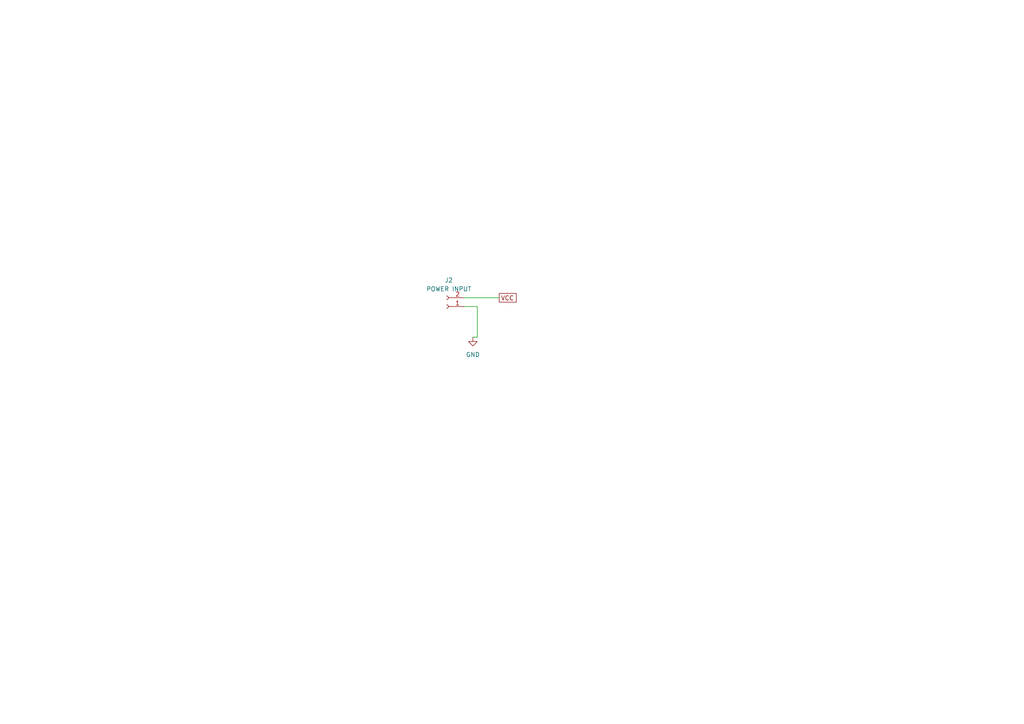
<source format=kicad_sch>
(kicad_sch
	(version 20250114)
	(generator "eeschema")
	(generator_version "9.0")
	(uuid "a61cb3b8-c75d-4ebd-8ebb-0dc6f522780e")
	(paper "A4")
	(lib_symbols
		(symbol "Connector:Conn_01x02_Socket"
			(pin_names
				(offset 1.016)
				(hide yes)
			)
			(exclude_from_sim no)
			(in_bom yes)
			(on_board yes)
			(property "Reference" "J"
				(at 0 2.54 0)
				(effects
					(font
						(size 1.27 1.27)
					)
				)
			)
			(property "Value" "Conn_01x02_Socket"
				(at 0 -5.08 0)
				(effects
					(font
						(size 1.27 1.27)
					)
				)
			)
			(property "Footprint" ""
				(at 0 0 0)
				(effects
					(font
						(size 1.27 1.27)
					)
					(hide yes)
				)
			)
			(property "Datasheet" "~"
				(at 0 0 0)
				(effects
					(font
						(size 1.27 1.27)
					)
					(hide yes)
				)
			)
			(property "Description" "Generic connector, single row, 01x02, script generated"
				(at 0 0 0)
				(effects
					(font
						(size 1.27 1.27)
					)
					(hide yes)
				)
			)
			(property "ki_locked" ""
				(at 0 0 0)
				(effects
					(font
						(size 1.27 1.27)
					)
				)
			)
			(property "ki_keywords" "connector"
				(at 0 0 0)
				(effects
					(font
						(size 1.27 1.27)
					)
					(hide yes)
				)
			)
			(property "ki_fp_filters" "Connector*:*_1x??_*"
				(at 0 0 0)
				(effects
					(font
						(size 1.27 1.27)
					)
					(hide yes)
				)
			)
			(symbol "Conn_01x02_Socket_1_1"
				(polyline
					(pts
						(xy -1.27 0) (xy -0.508 0)
					)
					(stroke
						(width 0.1524)
						(type default)
					)
					(fill
						(type none)
					)
				)
				(polyline
					(pts
						(xy -1.27 -2.54) (xy -0.508 -2.54)
					)
					(stroke
						(width 0.1524)
						(type default)
					)
					(fill
						(type none)
					)
				)
				(arc
					(start 0 -0.508)
					(mid -0.5058 0)
					(end 0 0.508)
					(stroke
						(width 0.1524)
						(type default)
					)
					(fill
						(type none)
					)
				)
				(arc
					(start 0 -3.048)
					(mid -0.5058 -2.54)
					(end 0 -2.032)
					(stroke
						(width 0.1524)
						(type default)
					)
					(fill
						(type none)
					)
				)
				(pin passive line
					(at -5.08 0 0)
					(length 3.81)
					(name "Pin_1"
						(effects
							(font
								(size 1.27 1.27)
							)
						)
					)
					(number "1"
						(effects
							(font
								(size 1.27 1.27)
							)
						)
					)
				)
				(pin passive line
					(at -5.08 -2.54 0)
					(length 3.81)
					(name "Pin_2"
						(effects
							(font
								(size 1.27 1.27)
							)
						)
					)
					(number "2"
						(effects
							(font
								(size 1.27 1.27)
							)
						)
					)
				)
			)
			(embedded_fonts no)
		)
		(symbol "power:GND"
			(power)
			(pin_numbers
				(hide yes)
			)
			(pin_names
				(offset 0)
				(hide yes)
			)
			(exclude_from_sim no)
			(in_bom yes)
			(on_board yes)
			(property "Reference" "#PWR"
				(at 0 -6.35 0)
				(effects
					(font
						(size 1.27 1.27)
					)
					(hide yes)
				)
			)
			(property "Value" "GND"
				(at 0 -3.81 0)
				(effects
					(font
						(size 1.27 1.27)
					)
				)
			)
			(property "Footprint" ""
				(at 0 0 0)
				(effects
					(font
						(size 1.27 1.27)
					)
					(hide yes)
				)
			)
			(property "Datasheet" ""
				(at 0 0 0)
				(effects
					(font
						(size 1.27 1.27)
					)
					(hide yes)
				)
			)
			(property "Description" "Power symbol creates a global label with name \"GND\" , ground"
				(at 0 0 0)
				(effects
					(font
						(size 1.27 1.27)
					)
					(hide yes)
				)
			)
			(property "ki_keywords" "global power"
				(at 0 0 0)
				(effects
					(font
						(size 1.27 1.27)
					)
					(hide yes)
				)
			)
			(symbol "GND_0_1"
				(polyline
					(pts
						(xy 0 0) (xy 0 -1.27) (xy 1.27 -1.27) (xy 0 -2.54) (xy -1.27 -1.27) (xy 0 -1.27)
					)
					(stroke
						(width 0)
						(type default)
					)
					(fill
						(type none)
					)
				)
			)
			(symbol "GND_1_1"
				(pin power_in line
					(at 0 0 270)
					(length 0)
					(name "~"
						(effects
							(font
								(size 1.27 1.27)
							)
						)
					)
					(number "1"
						(effects
							(font
								(size 1.27 1.27)
							)
						)
					)
				)
			)
			(embedded_fonts no)
		)
	)
	(wire
		(pts
			(xy 138.43 88.9) (xy 138.43 97.79)
		)
		(stroke
			(width 0)
			(type default)
		)
		(uuid "3626a505-e80f-48eb-8aec-6780e3c5f1ee")
	)
	(wire
		(pts
			(xy 134.62 86.36) (xy 144.78 86.36)
		)
		(stroke
			(width 0)
			(type default)
		)
		(uuid "700d3d33-2b80-4045-af4e-29eaaf7a772c")
	)
	(wire
		(pts
			(xy 134.62 88.9) (xy 138.43 88.9)
		)
		(stroke
			(width 0)
			(type default)
		)
		(uuid "985a9d70-8f12-42b0-b591-1c4570b550df")
	)
	(wire
		(pts
			(xy 138.43 97.79) (xy 137.16 97.79)
		)
		(stroke
			(width 0)
			(type default)
		)
		(uuid "f1e04ca0-95b0-4dc6-99e2-d938be457e38")
	)
	(global_label "VCC"
		(shape passive)
		(at 144.78 86.36 0)
		(fields_autoplaced yes)
		(effects
			(font
				(size 1.27 1.27)
			)
			(justify left)
		)
		(uuid "c872ad79-4b35-4f32-b51d-148ec1aef003")
		(property "Intersheetrefs" "${INTERSHEET_REFS}"
			(at 150.2825 86.36 0)
			(effects
				(font
					(size 1.27 1.27)
				)
				(justify left)
				(hide yes)
			)
		)
	)
	(symbol
		(lib_id "power:GND")
		(at 137.16 97.79 0)
		(unit 1)
		(exclude_from_sim no)
		(in_bom yes)
		(on_board yes)
		(dnp no)
		(fields_autoplaced yes)
		(uuid "c4b08bd5-b43d-4525-a3a6-6163c9b6ee86")
		(property "Reference" "#PWR06"
			(at 137.16 104.14 0)
			(effects
				(font
					(size 1.27 1.27)
				)
				(hide yes)
			)
		)
		(property "Value" "GND"
			(at 137.16 102.87 0)
			(effects
				(font
					(size 1.27 1.27)
				)
			)
		)
		(property "Footprint" ""
			(at 137.16 97.79 0)
			(effects
				(font
					(size 1.27 1.27)
				)
				(hide yes)
			)
		)
		(property "Datasheet" ""
			(at 137.16 97.79 0)
			(effects
				(font
					(size 1.27 1.27)
				)
				(hide yes)
			)
		)
		(property "Description" "Power symbol creates a global label with name \"GND\" , ground"
			(at 137.16 97.79 0)
			(effects
				(font
					(size 1.27 1.27)
				)
				(hide yes)
			)
		)
		(pin "1"
			(uuid "2bf5366a-49f0-49f6-9c2c-0b2fe1870c43")
		)
		(instances
			(project "555 Astable multivibrator"
				(path "/0f1f8799-224b-47cb-ac3d-31f73aa682aa/37056d01-9575-41c0-b30b-69b7b17e8cf6"
					(reference "#PWR06")
					(unit 1)
				)
			)
		)
	)
	(symbol
		(lib_id "Connector:Conn_01x02_Socket")
		(at 129.54 88.9 180)
		(unit 1)
		(exclude_from_sim no)
		(in_bom yes)
		(on_board yes)
		(dnp no)
		(fields_autoplaced yes)
		(uuid "eb0b7c0d-29ed-44f7-9e50-02a59e360f25")
		(property "Reference" "J2"
			(at 130.175 81.28 0)
			(effects
				(font
					(size 1.27 1.27)
				)
			)
		)
		(property "Value" "POWER INPUT"
			(at 130.175 83.82 0)
			(effects
				(font
					(size 1.27 1.27)
				)
			)
		)
		(property "Footprint" "Connector_PinHeader_2.54mm:PinHeader_1x02_P2.54mm_Vertical"
			(at 129.54 88.9 0)
			(effects
				(font
					(size 1.27 1.27)
				)
				(hide yes)
			)
		)
		(property "Datasheet" "~"
			(at 129.54 88.9 0)
			(effects
				(font
					(size 1.27 1.27)
				)
				(hide yes)
			)
		)
		(property "Description" "Generic connector, single row, 01x02, script generated"
			(at 129.54 88.9 0)
			(effects
				(font
					(size 1.27 1.27)
				)
				(hide yes)
			)
		)
		(pin "2"
			(uuid "f519b8c8-fd98-4b6e-a3d3-3411932ac307")
		)
		(pin "1"
			(uuid "6c0f4af2-4542-4d73-aa97-62a32c3ed2c8")
		)
		(instances
			(project "555 Astable multivibrator"
				(path "/0f1f8799-224b-47cb-ac3d-31f73aa682aa/37056d01-9575-41c0-b30b-69b7b17e8cf6"
					(reference "J2")
					(unit 1)
				)
			)
		)
	)
)

</source>
